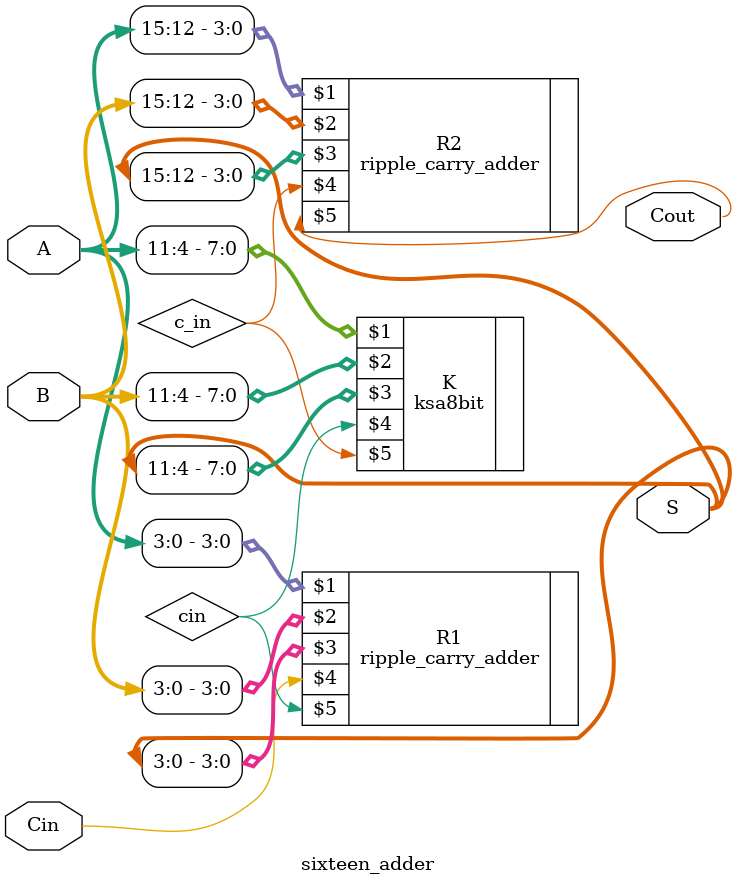
<source format=v>
`timescale 1ns / 1ps


module sixteen_adder(A,B,Cin,S,Cout);
input [15:0] A,B;
input Cin;
output [15:0] S;
output Cout;
wire cin,c_in;

ripple_carry_adder R1(A[3:0],B[3:0],S[3:0],Cin,cin);
ksa8bit K(A[11:4],B[11:4],S[11:4],cin,c_in);
ripple_carry_adder R2(A[15:12],B[15:12],S[15:12],c_in,Cout);


endmodule

</source>
